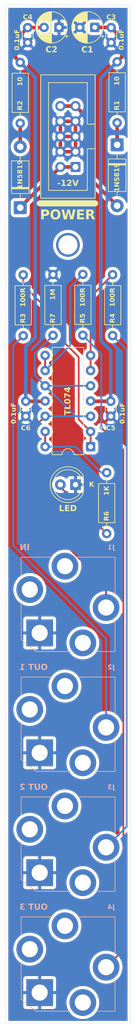
<source format=kicad_pcb>
(kicad_pcb (version 20241229) (generator "pcbnew") (generator_version "9.0")
  (layers (0 "F.Cu" signal) (2 "B.Cu" signal) (13 "F.Paste" user) (15 "B.Paste" user) (5 "F.SilkS" user "F.Silkscreen") (7 "B.SilkS" user "B.Silkscreen") (1 "F.Mask" user) (3 "B.Mask" user) (25 "Edge.Cuts" user))
  (net 0 "")
  (net 1 "GND")
  (net 2 "+12V")
  (net 3 "-12V")
  (net 4 "Net-(D1-K)")
  (net 5 "/+12")
  (net 6 "/-12")
  (net 7 "Net-(D2-A)")
  (net 8 "Net-(D3-A)")
  (net 12 "Net-(U3A-+)")
  (net 14 "Net-(J2-PadT)")
  (net 17 "Net-(J3-PadT)")
  (net 22 "Net-(J4-PadT)")
  (net 25 "Net-(U3A--)")
  (net 26 "Net-(U3B--)")
  (net 27 "Net-(U3C--)")
  (net 28 "Net-(U3D--)")
  (footprint "AO_tht:R_Axial_DIN0207_L6.3mm_D2.5mm_P10.16mm_Horizontal" (layer "F.Cu") (at 95 92.446666 -90)
    (property "Reference" "R7" (at 7.303334 0 90) (layer "F.SilkS") (effects (font (size 0.8 0.8) (thickness 0.16) (bold yes))))
    (property "Value" "1M")
    (fp_text user "1M" (at 3.323055 0 90) (layer "F.SilkS") (effects (font (size 0.8 0.8) (thickness 0.16) (bold yes))))
    (pad "1" thru_hole circle (at 0 0 270) (size 1.6 1.6) (drill 0.8) (layers "*.Cu" "*.Mask") (net 1 "GND"))
    (pad "2" thru_hole oval (at 10.16 0 270) (size 1.6 1.6) (drill 0.8) (layers "*.Cu" "*.Mask") (net 12 "Net-(U3A-+)"))
  )
  (footprint "Diode_THT:D_DO-41_SOD81_P10.16mm_Horizontal" (layer "F.Cu") (at 89.5 81.292992 90)
    (property "Reference" "D2")
    (property "Value" "1N5819" (at 5.542992 0 90) (layer "F.SilkS") (effects (font (size 0.8 0.8) (thickness 0.2) (bold yes))))
    (pad "1" thru_hole roundrect (at 0 0 90) (size 2.2 2.2) (drill 1.1) (layers "*.Cu" "*.Mask") (roundrect_rratio 0.113636) (net 6 "/-12"))
    (pad "2" thru_hole circle (at 10.16 0 90) (size 2.2 2.2) (drill 1.1) (layers "*.Cu" "*.Mask") (net 7 "Net-(D2-A)"))
  )
  (footprint "Diode_THT:D_DO-41_SOD81_P10.16mm_Horizontal" (layer "F.Cu") (at 105.75 70.802992 -90)
    (property "Reference" "D1")
    (property "Value" "1N5819" (at 5.447008 0 90) (layer "F.SilkS") (effects (font (size 0.8 0.8) (thickness 0.2) (bold yes))))
    (pad "1" thru_hole roundrect (at 0 0 270) (size 2.2 2.2) (drill 1.1) (layers "*.Cu" "*.Mask") (roundrect_rratio 0.113636) (net 4 "Net-(D1-K)"))
    (pad "2" thru_hole circle (at 10.16 0 270) (size 2.2 2.2) (drill 1.1) (layers "*.Cu" "*.Mask") (net 5 "/+12"))
  )
  (footprint "AO_tht:LED_D5.0mm" (layer "F.Cu") (at 97.5 127.5 180)
    (property "Reference" "D3")
    (property "Value" "LED" (at 0 -4 0) (layer "F.SilkS") (effects (font (thickness 0.2) (bold yes))))
    (fp_text user "K" (at -3.97 -0.000016 0) (layer "F.SilkS") (effects (font (size 0.8 0.8) (thickness 0.16) (bold yes))))
    (pad "1" thru_hole rect (at -1.27 -0.000016 180) (size 1.8 1.8) (drill 0.9) (layers "*.Cu" "*.Mask") (net 1 "GND"))
    (pad "2" thru_hole circle (at 1.27 -0.000016 180) (size 1.8 1.8) (drill 0.9) (layers "*.Cu" "*.Mask") (net 8 "Net-(D3-A)"))
  )
  (footprint "AO_tht:R_Axial_DIN0207_L6.3mm_D2.5mm_P10.16mm_Horizontal" (layer "F.Cu") (at 90 92.499998 -90)
    (property "Reference" "R3" (at 7.250002 0 90) (layer "F.SilkS") (effects (font (size 0.8 0.8) (thickness 0.16) (bold yes))))
    (property "Value" "100R")
    (fp_text user "${VALUE}" (at 3.750002 0 90) (layer "F.SilkS") (effects (font (size 0.8 0.8) (thickness 0.16) (bold yes))))
    (pad "1" thru_hole circle (at 0 0 270) (size 1.6 1.6) (drill 0.8) (layers "*.Cu" "*.Mask") (net 25 "Net-(U3A--)"))
    (pad "2" thru_hole oval (at 10.16 0 270) (size 1.6 1.6) (drill 0.8) (layers "*.Cu" "*.Mask") (net 14 "Net-(J2-PadT)"))
  )
  (footprint "AO_tht:C_Disc_D3.0mm_W1.6mm_P2.50mm" (layer "F.Cu") (at 90.43 116.09 90)
    (property "Reference" "C6" (at -1.997008 0 180) (layer "F.SilkS") (effects (font (size 0.8 0.8) (thickness 0.16) (bold yes))))
    (property "Value" "0.1uF")
    (fp_text user "${VALUE}" (at 0.502992 -2 90) (layer "F.SilkS") (effects (font (size 0.8 0.8) (thickness 0.16) (bold yes))))
    (pad "1" thru_hole circle (at 0 0 90) (size 1.6 1.6) (drill 0.8) (layers "*.Cu" "*.Mask") (net 1 "GND"))
    (pad "2" thru_hole circle (at 2.5 0 90) (size 1.6 1.6) (drill 0.8) (layers "*.Cu" "*.Mask") (net 3 "-12V"))
  )
  (footprint "AO_tht:C_Disc_D3.0mm_W1.6mm_P2.50mm" (layer "F.Cu") (at 90.75 53.75 90)
    (property "Reference" "C4" (at 4.212992 0 180) (layer "F.SilkS") (effects (font (size 0.8 0.8) (thickness 0.16) (bold yes))))
    (property "Value" "0.1uF")
    (fp_text user "${VALUE}" (at 0.462992 -1.75 90) (layer "F.SilkS") (effects (font (size 0.8 0.8) (thickness 0.16) (bold yes))))
    (pad "1" thru_hole circle (at 0 0 90) (size 1.6 1.6) (drill 0.8) (layers "*.Cu" "*.Mask") (net 1 "GND"))
    (pad "2" thru_hole circle (at 2.5 0 90) (size 1.6 1.6) (drill 0.8) (layers "*.Cu" "*.Mask") (net 3 "-12V"))
  )
  (footprint "Capacitor_THT:CP_Radial_D5.0mm_P2.50mm" (layer "F.Cu") (at 102 51.212992 180)
    (property "Reference" "C1" (at 1.25 -3.75 0) (layer "F.SilkS") (effects (font (thickness 0.2) (bold yes))))
    (property "Value" "47uF")
    (pad "1" thru_hole roundrect (at 0 0 180) (size 1.6 1.6) (drill 0.8) (layers "*.Cu" "*.Mask") (roundrect_rratio 0.15625) (net 2 "+12V"))
    (pad "2" thru_hole circle (at 2.5 0 180) (size 1.6 1.6) (drill 0.8) (layers "*.Cu" "*.Mask") (net 1 "GND"))
  )
  (footprint "AO_tht:R_Axial_DIN0207_L6.3mm_D2.5mm_P10.16mm_Horizontal" (layer "F.Cu") (at 104 125.5 -90)
    (property "Reference" "R6" (at 7.25 0 90) (layer "F.SilkS") (effects (font (size 0.8 0.8) (thickness 0.16) (bold yes))))
    (property "Value" "1K")
    (fp_text user "${VALUE}" (at 3 0 90) (layer "F.SilkS") (effects (font (size 0.8 0.8) (thickness 0.16) (bold yes))))
    (pad "1" thru_hole circle (at 0 0 270) (size 1.6 1.6) (drill 0.8) (layers "*.Cu" "*.Mask") (net 28 "Net-(U3D--)"))
    (pad "2" thru_hole oval (at 10.16 0 270) (size 1.6 1.6) (drill 0.8) (layers "*.Cu" "*.Mask") (net 8 "Net-(D3-A)"))
  )
  (footprint "4ms_Connector:Pins_2x05_2.54mm_TH_EurorackPower_Shrouded" (layer "F.Cu") (at 97.5 69.42)
    (property "Reference" "E1")
    (property "Value" "Conn_01x10_Pin")
    (fp_text user "POWER" (at -0.05 13.15 0) (layer "F.SilkS") (effects (font (size 1.6 1.6) (thickness 0.32) (bold yes))))
    (fp_text user "-12V" (at 0 7.83 0) (layer "F.SilkS") (effects (font (thickness 0.15) (bold yes))))
    (pad "1" thru_hole roundrect (at 1.27 5.08 180) (size 1.7 1.7) (drill 1) (layers "*.Cu" "*.Mask") (roundrect_rratio 0.147059) (net 6 "/-12"))
    (pad "2" thru_hole circle (at -1.27 5.08 180) (size 1.7 1.7) (drill 1) (layers "*.Cu" "*.Mask") (net 6 "/-12"))
    (pad "3" thru_hole circle (at 1.27 2.54 180) (size 1.7 1.7) (drill 1) (layers "*.Cu" "*.Mask") (net 1 "GND"))
    (pad "4" thru_hole circle (at -1.27 2.54 180) (size 1.7 1.7) (drill 1) (layers "*.Cu" "*.Mask") (net 1 "GND"))
    (pad "5" thru_hole circle (at 1.27 0 180) (size 1.7 1.7) (drill 1) (layers "*.Cu" "*.Mask") (net 1 "GND"))
    (pad "6" thru_hole circle (at -1.27 0 180) (size 1.7 1.7) (drill 1) (layers "*.Cu" "*.Mask") (net 1 "GND"))
    (pad "7" thru_hole circle (at 1.27 -2.54 180) (size 1.7 1.7) (drill 1) (layers "*.Cu" "*.Mask") (net 1 "GND"))
    (pad "8" thru_hole circle (at -1.27 -2.54 180) (size 1.7 1.7) (drill 1) (layers "*.Cu" "*.Mask") (net 1 "GND"))
    (pad "9" thru_hole circle (at 1.27 -5.08 180) (size 1.7 1.7) (drill 1) (layers "*.Cu" "*.Mask") (net 5 "/+12"))
    (pad "10" thru_hole circle (at -1.27 -5.08 180) (size 1.7 1.7) (drill 1) (layers "*.Cu" "*.Mask") (net 5 "/+12"))
  )
  (footprint "Package_DIP:DIP-14_W7.62mm" (layer "F.Cu") (at 101.3 121.17 180)
    (property "Reference" "U3")
    (property "Value" "TL074" (at 3.805 7.62 90) (layer "F.SilkS") (effects (font (thickness 0.2) (bold yes))))
    (pad "1" thru_hole roundrect (at 0 0 180) (size 1.6 1.6) (drill 0.8) (layers "*.Cu" "*.Mask") (roundrect_rratio 0.15625) (net 25 "Net-(U3A--)"))
    (pad "2" thru_hole circle (at 0 2.54 180) (size 1.6 1.6) (drill 0.8) (layers "*.Cu" "*.Mask") (net 25 "Net-(U3A--)"))
    (pad "3" thru_hole circle (at 0 5.08 180) (size 1.6 1.6) (drill 0.8) (layers "*.Cu" "*.Mask") (net 12 "Net-(U3A-+)"))
    (pad "4" thru_hole circle (at 0 7.62 180) (size 1.6 1.6) (drill 0.8) (layers "*.Cu" "*.Mask") (net 2 "+12V"))
    (pad "5" thru_hole circle (at 0 10.16 180) (size 1.6 1.6) (drill 0.8) (layers "*.Cu" "*.Mask") (net 12 "Net-(U3A-+)"))
    (pad "6" thru_hole circle (at 0 12.7 180) (size 1.6 1.6) (drill 0.8) (layers "*.Cu" "*.Mask") (net 26 "Net-(U3B--)"))
    (pad "7" thru_hole circle (at 0 15.24 180) (size 1.6 1.6) (drill 0.8) (layers "*.Cu" "*.Mask") (net 26 "Net-(U3B--)"))
    (pad "8" thru_hole circle (at 7.62 15.24 180) (size 1.6 1.6) (drill 0.8) (layers "*.Cu" "*.Mask") (net 27 "Net-(U3C--)"))
    (pad "9" thru_hole circle (at 7.62 12.7 180) (size 1.6 1.6) (drill 0.8) (layers "*.Cu" "*.Mask") (net 27 "Net-(U3C--)"))
    (pad "10" thru_hole circle (at 7.62 10.16 180) (size 1.6 1.6) (drill 0.8) (layers "*.Cu" "*.Mask") (net 12 "Net-(U3A-+)"))
    (pad "11" thru_hole circle (at 7.62 7.62 180) (size 1.6 1.6) (drill 0.8) (layers "*.Cu" "*.Mask") (net 3 "-12V"))
    (pad "12" thru_hole circle (at 7.62 5.08 180) (size 1.6 1.6) (drill 0.8) (layers "*.Cu" "*.Mask") (net 12 "Net-(U3A-+)"))
    (pad "13" thru_hole circle (at 7.62 2.54 180) (size 1.6 1.6) (drill 0.8) (layers "*.Cu" "*.Mask") (net 28 "Net-(U3D--)"))
    (pad "14" thru_hole circle (at 7.62 0 180) (size 1.6 1.6) (drill 0.8) (layers "*.Cu" "*.Mask") (net 28 "Net-(U3D--)"))
  )
  (footprint "AO_tht:C_Disc_D3.0mm_W1.6mm_P2.50mm" (layer "F.Cu") (at 104.68 113.59 -90)
    (property "Reference" "C5" (at 4.497008 0 180) (layer "F.SilkS") (effects (font (size 0.8 0.8) (thickness 0.16) (bold yes))))
    (property "Value" "0.1uF")
    (fp_text user "${VALUE}" (at 1.997008 -2 90) (layer "F.SilkS") (effects (font (size 0.8 0.8) (thickness 0.16) (bold yes))))
    (pad "1" thru_hole circle (at 0 0 270) (size 1.6 1.6) (drill 0.8) (layers "*.Cu" "*.Mask") (net 2 "+12V"))
    (pad "2" thru_hole circle (at 2.5 0 270) (size 1.6 1.6) (drill 0.8) (layers "*.Cu" "*.Mask") (net 1 "GND"))
  )
  (footprint "Capacitor_THT:CP_Radial_D5.0mm_P2.50mm" (layer "F.Cu") (at 96 51.212992 180)
    (property "Reference" "C2" (at 1.25 -3.75 0) (layer "F.SilkS") (effects (font (thickness 0.2) (bold yes))))
    (property "Value" "47uF")
    (pad "1" thru_hole roundrect (at 0 0 180) (size 1.6 1.6) (drill 0.8) (layers "*.Cu" "*.Mask") (roundrect_rratio 0.15625) (net 1 "GND"))
    (pad "2" thru_hole circle (at 2.5 0 180) (size 1.6 1.6) (drill 0.8) (layers "*.Cu" "*.Mask") (net 3 "-12V"))
  )
  (footprint "AO_tht:C_Disc_D3.0mm_W1.6mm_P2.50mm" (layer "F.Cu") (at 104.75 51.25 -90)
    (property "Reference" "C3" (at -1.712992 0 180) (layer "F.SilkS") (effects (font (size 0.8 0.8) (thickness 0.16) (bold yes))))
    (property "Value" "0.1uF")
    (fp_text user "${VALUE}" (at 2 -1.75 270) (layer "F.SilkS") (effects (font (size 0.8 0.8) (thickness 0.16) (bold yes))))
    (pad "1" thru_hole circle (at 0 0 270) (size 1.6 1.6) (drill 0.8) (layers "*.Cu" "*.Mask") (net 2 "+12V"))
    (pad "2" thru_hole circle (at 2.5 0 270) (size 1.6 1.6) (drill 0.8) (layers "*.Cu" "*.Mask") (net 1 "GND"))
  )
  (footprint "AO_tht:R_Axial_DIN0207_L6.3mm_D2.5mm_P10.16mm_Horizontal" (layer "F.Cu") (at 100 92.42 -90)
    (property "Reference" "R5" (at 7.33 0 90) (layer "F.SilkS") (effects (font (size 0.8 0.8) (thickness 0.16) (bold yes))))
    (property "Value" "100R")
    (fp_text user "${VALUE}" (at 3.83 0 90) (layer "F.SilkS") (effects (font (size 0.8 0.8) (thickness 0.16) (bold yes))))
    (pad "1" thru_hole circle (at 0 0 270) (size 1.6 1.6) (drill 0.8) (layers "*.Cu" "*.Mask") (net 27 "Net-(U3C--)"))
    (pad "2" thru_hole oval (at 10.16 0 270) (size 1.6 1.6) (drill 0.8) (layers "*.Cu" "*.Mask") (net 22 "Net-(J4-PadT)"))
  )
  (footprint "Kosmo_panel:Kosmo_Panel_Mounting_Hole" (layer "F.Cu") (at 97.5 87.5)
    (property "Reference" "M" (hide yes))
    (property "Value" "Kosmo_Panel_Mounting_Hole")
    (pad "1" thru_hole circle (at 0 0) (size 4 4) (drill 3.2) (layers "*.Cu" "*.Mask"))
  )
  (footprint "AO_tht:R_Axial_DIN0207_L6.3mm_D2.5mm_P10.16mm_Horizontal" (layer "F.Cu") (at 105.75 67.122992 90)
    (property "Reference" "R1" (at 2.872992 0 90) (layer "F.SilkS") (effects (font (size 0.8 0.8) (thickness 0.16) (bold yes))))
    (property "Value" "10")
    (fp_text user "${VALUE}" (at 6.962992 0 90) (layer "F.SilkS") (effects (font (size 0.8 0.8) (thickness 0.16) (bold yes))))
    (pad "1" thru_hole circle (at 0 0 90) (size 1.6 1.6) (drill 0.8) (layers "*.Cu" "*.Mask") (net 4 "Net-(D1-K)"))
    (pad "2" thru_hole oval (at 10.16 0 90) (size 1.6 1.6) (drill 0.8) (layers "*.Cu" "*.Mask") (net 2 "+12V"))
  )
  (footprint "AO_tht:R_Axial_DIN0207_L6.3mm_D2.5mm_P10.16mm_Horizontal" (layer "F.Cu") (at 105 92.473332 -90)
    (property "Reference" "R4" (at 7.276668 0 90) (layer "F.SilkS") (effects (font (size 0.8 0.8) (thickness 0.16) (bold yes))))
    (property "Value" "100R")
    (fp_text user "${VALUE}" (at 3.776668 0 90) (layer "F.SilkS") (effects (font (size 0.8 0.8) (thickness 0.16) (bold yes))))
    (pad "1" thru_hole circle (at 0 0 270) (size 1.6 1.6) (drill 0.8) (layers "*.Cu" "*.Mask") (net 26 "Net-(U3B--)"))
    (pad "2" thru_hole oval (at 10.16 0 270) (size 1.6 1.6) (drill 0.8) (layers "*.Cu" "*.Mask") (net 17 "Net-(J3-PadT)"))
  )
  (footprint "AO_tht:R_Axial_DIN0207_L6.3mm_D2.5mm_P10.16mm_Horizontal" (layer "F.Cu") (at 89.5 67.212992 90)
    (property "Reference" "R2" (at 2.962992 0 90) (layer "F.SilkS") (effects (font (size 0.8 0.8) (thickness 0.16) (bold yes))))
    (property "Value" "10")
    (fp_text user "${VALUE}" (at 6.962992 0 90) (layer "F.SilkS") (effects (font (size 0.8 0.8) (thickness 0.16) (bold yes))))
    (pad "1" thru_hole circle (at 0 0 90) (size 1.6 1.6) (drill 0.8) (layers "*.Cu" "*.Mask") (net 7 "Net-(D2-A)"))
    (pad "2" thru_hole oval (at 10.16 0 90) (size 1.6 1.6) (drill 0.8) (layers "*.Cu" "*.Mask") (net 3 "-12V"))
  )
  (footprint "AO_tht:Jack_6.35mm_PJ_629HAN" (layer "B.Cu") (at 97.5 147.5 180)
    (property "Reference" "J1" (at -7.25 9.5 0) (layer "B.SilkS") (effects (font (size 0.8 0.8) (thickness 0.16) (bold yes)) (justify mirror)))
    (property "Value" "IN" (at 7.25 9.5 0) (layer "B.SilkS") (effects (font (thickness 0.2) (bold yes)) (justify mirror)))
    (pad "R" thru_hole circle (at 0.5 6.4 180) (size 4.500001 4.500001) (drill 2.7) (layers "*.Cu" "*.Mask"))
    (pad "RN" thru_hole circle (at 6.4 2.5 180) (size 4.500001 4.500001) (drill 2.7) (layers "*.Cu" "*.Mask"))
    (pad "S" thru_hole rect (at 4.74 -4.74 180) (size 4.500001 4.500001) (drill 2.7) (layers "*.Cu" "*.Mask") (net 1 "GND"))
    (pad "T" thru_hole circle (at -6.4 -0.5 180) (size 4.5 4.5) (drill 2.7) (layers "*.Cu" "*.Mask") (net 12 "Net-(U3A-+)"))
    (pad "TN" thru_hole circle (at -2.5 -6.4 180) (size 4.5 4.5) (drill 2.7) (layers "*.Cu" "*.Mask"))
  )
  (footprint "AO_tht:Jack_6.35mm_PJ_629HAN" (layer "B.Cu") (at 97.5 207.5 180)
    (property "Reference" "J4" (at -7.25 9.5 0) (layer "B.SilkS") (effects (font (size 0.8 0.8) (thickness 0.16) (bold yes)) (justify mirror)))
    (property "Value" "OUT 3" (at 5.75 9.5 0) (layer "B.SilkS") (effects (font (thickness 0.2) (bold yes)) (justify mirror)))
    (pad "R" thru_hole circle (at 0.5 6.4 180) (size 4.500001 4.500001) (drill 2.7) (layers "*.Cu" "*.Mask"))
    (pad "RN" thru_hole circle (at 6.4 2.5 180) (size 4.500001 4.500001) (drill 2.7) (layers "*.Cu" "*.Mask"))
    (pad "S" thru_hole rect (at 4.74 -4.74 180) (size 4.500001 4.500001) (drill 2.7) (layers "*.Cu" "*.Mask") (net 1 "GND"))
    (pad "T" thru_hole circle (at -6.4 -0.5 180) (size 4.5 4.5) (drill 2.7) (layers "*.Cu" "*.Mask") (net 22 "Net-(J4-PadT)"))
    (pad "TN" thru_hole circle (at -2.5 -6.4 180) (size 4.5 4.5) (drill 2.7) (layers "*.Cu" "*.Mask"))
  )
  (footprint "AO_tht:Jack_6.35mm_PJ_629HAN" (layer "B.Cu") (at 97.5 187.5 180)
    (property "Reference" "J3" (at -7.25 9.5 0) (layer "B.SilkS") (effects (font (size 0.8 0.8) (thickness 0.16) (bold yes)) (justify mirror)))
    (property "Value" "OUT 2" (at 5.75 9.5 0) (layer "B.SilkS") (effects (font (thickness 0.2) (bold yes)) (justify mirror)))
    (pad "R" thru_hole circle (at 0.5 6.4 180) (size 4.500001 4.500001) (drill 2.7) (layers "*.Cu" "*.Mask"))
    (pad "RN" thru_hole circle (at 6.4 2.5 180) (size 4.500001 4.500001) (drill 2.7) (layers "*.Cu" "*.Mask"))
    (pad "S" thru_hole rect (at 4.74 -4.74 180) (size 4.500001 4.500001) (drill 2.7) (layers "*.Cu" "*.Mask") (net 1 "GND"))
    (pad "T" thru_hole circle (at -6.4 -0.5 180) (size 4.5 4.5) (drill 2.7) (layers "*.Cu" "*.Mask") (net 17 "Net-(J3-PadT)"))
    (pad "TN" thru_hole circle (at -2.5 -6.4 180) (size 4.5 4.5) (drill 2.7) (layers "*.Cu" "*.Mask"))
  )
  (footprint "AO_tht:Jack_6.35mm_PJ_629HAN" (layer "B.Cu") (at 97.5 167.5 180)
    (property "Reference" "J2" (at -7.25 9.5 0) (layer "B.SilkS") (effects (font (size 0.8 0.8) (thickness 0.16) (bold yes)) (justify mirror)))
    (property "Value" "OUT 1" (at 5.75 9.5 0) (layer "B.SilkS") (effects (font (thickness 0.2) (bold yes)) (justify mirror)))
    (pad "R" thru_hole circle (at 0.5 6.4 180) (size 4.500001 4.500001) (drill 2.7) (layers "*.Cu" "*.Mask"))
    (pad "RN" thru_hole circle (at 6.4 2.5 180) (size 4.500001 4.500001) (drill 2.7) (layers "*.Cu" "*.Mask"))
    (pad "S" thru_hole rect (at 4.74 -4.74 180) (size 4.500001 4.500001) (drill 2.7) (layers "*.Cu" "*.Mask") (net 1 "GND"))
    (pad "T" thru_hole circle (at -6.4 -0.5 180) (size 4.5 4.5) (drill 2.7) (layers "*.Cu" "*.Mask") (net 14 "Net-(J2-PadT)"))
    (pad "TN" thru_hole circle (at -2.5 -6.4 180) (size 4.5 4.5) (drill 2.7) (layers "*.Cu" "*.Mask"))
  )
  (gr_rect (start 87 47.462992) (end 108 217.462992) (stroke (width 0.05)) (fill no) (layer "Edge.Cuts"))
  (segment (start 98.77 71.96) (end 96.23 71.96) (width 0.6) (layer "F.Cu") (net 1))
  (segment (start 98.77 66.88) (end 98.77 69.42) (width 0.6) (layer "F.Cu") (net 1))
  (segment (start 96.23 69.42) (end 98.77 69.42) (width 0.6) (layer "F.Cu") (net 1))
  (segment (start 98.77 71.96) (end 98.77 69.42) (width 0.6) (layer "F.Cu") (net 1))
  (segment (start 96.23 69.42) (end 96.23 66.88) (width 0.6) (layer "F.Cu") (net 1))
  (segment (start 96.23 66.88) (end 98.77 66.88) (width 0.6) (layer "F.Cu") (net 1))
  (segment (start 96.23 71.96) (end 96.23 69.42) (width 0.6) (layer "F.Cu") (net 1))
  (segment (start 106.549999 56.162993) (end 106.549999 53.049999) (width 0.6) (layer "F.Cu") (net 2))
  (segment (start 104.68 113.59) (end 101.34 113.59) (width 0.6) (layer "F.Cu") (net 2))
  (segment (start 102 51.212992) (end 104.712992 51.212992) (width 0.6) (layer "F.Cu") (net 2))
  (segment (start 105.75 56.962992) (end 106.549999 56.162993) (width 0.6) (layer "F.Cu") (net 2))
  (segment (start 101.34 113.59) (end 101.3 113.55) (width 0.6) (layer "F.Cu") (net 2))
  (segment (start 106.549999 53.049999) (end 104.75 51.25) (width 0.6) (layer "F.Cu") (net 2))
  (segment (start 104.712992 51.212992) (end 104.75 51.25) (width 0.6) (layer "F.Cu") (net 2))
  (segment (start 103 59.712992) (end 105.75 56.962992) (width 0.6) (layer "B.Cu") (net 2))
  (segment (start 103 103.462992) (end 103 59.712992) (width 0.6) (layer "B.Cu") (net 2))
  (segment (start 103 103.462992) (end 104.68 105.142992) (width 0.6) (layer "B.Cu") (net 2))
  (segment (start 104.68 105.142992) (end 104.68 113.59) (width 0.6) (layer "B.Cu") (net 2))
  (segment (start 101.34 113.59) (end 101.3 113.55) (width 0.6) (layer "B.Cu") (net 2))
  (segment (start 90.75 51.25) (end 93.462992 51.25) (width 0.6) (layer "F.Cu") (net 3))
  (segment (start 89.5 57.052992) (end 88.700001 56.252993) (width 0.6) (layer "F.Cu") (net 3))
  (segment (start 88.700001 56.252993) (end 88.700001 53.299999) (width 0.6) (layer "F.Cu") (net 3))
  (segment (start 88.700001 53.299999) (end 90.75 51.25) (width 0.6) (layer "F.Cu") (net 3))
  (segment (start 90.43 113.59) (end 93.64 113.59) (width 0.6) (layer "F.Cu") (net 3))
  (segment (start 93.64 113.59) (end 93.68 113.55) (width 0.6) (layer "F.Cu") (net 3))
  (segment (start 93.462992 51.25) (end 93.5 51.212992) (width 0.6) (layer "F.Cu") (net 3))
  (segment (start 89.5 57.052992) (end 92 59.552992) (width 0.6) (layer "B.Cu") (net 3))
  (segment (start 90.43 104.532992) (end 90.43 113.59) (width 0.6) (layer "B.Cu") (net 3))
  (segment (start 92 102.962992) (end 90.43 104.532992) (width 0.6) (layer "B.Cu") (net 3))
  (segment (start 92 59.552992) (end 92 102.962992) (width 0.6) (layer "B.Cu") (net 3))
  (segment (start 105.75 67.122992) (end 105.75 70.802992) (width 0.6) (layer "F.Cu") (net 4))
  (segment (start 96.23 64.34) (end 98.77 64.34) (width 0.6) (layer "F.Cu") (net 5))
  (segment (start 105.63 80.962992) (end 105.75 80.962992) (width 0.6) (layer "F.Cu") (net 5))
  (segment (start 101 66.57) (end 101 76.212992) (width 0.6) (layer "F.Cu") (net 5))
  (segment (start 101 76.212992) (end 105.75 80.962992) (width 0.6) (layer "F.Cu") (net 5))
  (segment (start 98.77 64.34) (end 101 66.57) (width 0.6) (layer "F.Cu") (net 5))
  (segment (start 89.5 81.23) (end 96.23 74.5) (width 0.6) (layer "F.Cu") (net 6))
  (segment (start 89.5 81.292992) (end 89.5 81.23) (width 0.6) (layer "F.Cu") (net 6))
  (segment (start 96.23 74.5) (end 98.77 74.5) (width 0.6) (layer "F.Cu") (net 6))
  (segment (start 89.5 67.212992) (end 89.5 71.132992) (width 0.6) (layer "F.Cu") (net 7))
  (segment (start 96.23 127.89) (end 96.23 127.500016) (width 0.3) (layer "F.Cu") (net 8))
  (segment (start 104 135.66) (end 96.23 127.89) (width 0.3) (layer "F.Cu") (net 8))
  (segment (start 103.9 144.323044) (end 91.1 131.523044) (width 0.3) (layer "F.Cu") (net 12))
  (segment (start 91.1 118.67) (end 93.68 116.09) (width 0.3) (layer "F.Cu") (net 12))
  (segment (start 103.9 148) (end 103.9 144.323044) (width 0.3) (layer "F.Cu") (net 12))
  (segment (start 91.1 131.523044) (end 91.1 118.67) (width 0.3) (layer "F.Cu") (net 12))
  (segment (start 98.76 116.09) (end 93.68 111.01) (width 0.3) (layer "B.Cu") (net 12))
  (segment (start 101.3 116.09) (end 98.76 116.09) (width 0.3) (layer "B.Cu") (net 12))
  (segment (start 101.3 116.09) (end 93.68 116.09) (width 0.3) (layer "B.Cu") (net 12))
  (segment (start 95 102.606666) (end 91.93 105.676666) (width 0.3) (layer "B.Cu") (net 12))
  (segment (start 93.68 111.01) (end 101.3 111.01) (width 0.3) (layer "B.Cu") (net 12))
  (segment (start 93.68 111.01) (end 91.93 109.26) (width 0.3) (layer "B.Cu") (net 12))
  (segment (start 91.93 105.676666) (end 91.93 109.26) (width 0.3) (layer "B.Cu") (net 12))
  (segment (start 88.3 137.6) (end 88.3 104.359998) (width 0.3) (layer "B.Cu") (net 14))
  (segment (start 103.9 153.2) (end 88.3 137.6) (width 0.3) (layer "B.Cu") (net 14))
  (segment (start 88.3 104.359998) (end 90 102.659998) (width 0.3) (layer "B.Cu") (net 14))
  (segment (start 103.9 168) (end 103.9 153.2) (width 0.3) (layer "B.Cu") (net 14))
  (segment (start 105 102.633332) (end 107.35 104.983332) (width 0.3) (layer "B.Cu") (net 17))
  (segment (start 103.9 188) (end 107.35 184.55) (width 0.3) (layer "B.Cu") (net 17))
  (segment (start 107.35 104.983332) (end 107.35 184.55) (width 0.3) (layer "B.Cu") (net 17))
  (segment (start 103.9 208) (end 106.8 205.1) (width 0.3) (layer "F.Cu") (net 22))
  (segment (start 106.8 121.7) (end 103.1 118) (width 0.3) (layer "F.Cu") (net 22))
  (segment (start 106.8 124.7) (end 106.8 121.7) (width 0.3) (layer "F.Cu") (net 22))
  (segment (start 106.8 205.1) (end 106.8 124.7) (width 0.3) (layer "F.Cu") (net 22))
  (via (at 103.1 118) (size 0.6) (drill 0.3) (layers "F.Cu" "B.Cu") (net 22))
  (segment (start 103.1 105.68) (end 100 102.58) (width 0.3) (layer "B.Cu") (net 22))
  (segment (start 103.1 118) (end 103.1 105.68) (width 0.3) (layer "B.Cu") (net 22))
  (segment (start 101.3 118.63) (end 99.3 116.63) (width 0.3) (layer "F.Cu") (net 25))
  (segment (start 101.3 121.17) (end 101.3 118.63) (width 0.3) (layer "F.Cu") (net 25))
  (segment (start 99.3 106.2) (end 97 103.9) (width 0.3) (layer "F.Cu") (net 25))
  (segment (start 97 101.2) (end 90 94.2) (width 0.3) (layer "F.Cu") (net 25))
  (segment (start 99.3 116.63) (end 99.3 106.2) (width 0.3) (layer "F.Cu") (net 25))
  (segment (start 97 103.9) (end 97 101.2) (width 0.3) (layer "F.Cu") (net 25))
  (segment (start 90 94.2) (end 90 92.499998) (width 0.3) (layer "F.Cu") (net 25))
  (segment (start 101.3 96.173332) (end 101.3 105.93) (width 0.3) (layer "F.Cu") (net 26))
  (segment (start 101.3 105.93) (end 101.3 108.47) (width 0.3) (layer "F.Cu") (net 26))
  (segment (start 105 92.473332) (end 101.3 96.173332) (width 0.3) (layer "F.Cu") (net 26))
  (segment (start 93.68 105.93) (end 93.68 108.47) (width 0.3) (layer "F.Cu") (net 27))
  (segment (start 100 92.42) (end 97.9 94.52) (width 0.3) (layer "B.Cu") (net 27))
  (segment (start 97.9 94.52) (end 97.9 104.25) (width 0.3) (layer "B.Cu") (net 27))
  (segment (start 97.9 104.25) (end 93.68 108.47) (width 0.3) (layer "B.Cu") (net 27))
  (segment (start 93.68 118.63) (end 93.68 121.17) (width 0.3) (layer "F.Cu") (net 28))
  (segment (start 103.092992 125.5) (end 104 125.5) (width 0.3) (layer "B.Cu") (net 28))
  (segment (start 104.5 125.5) (end 103.36863 125.5) (width 0.3) (layer "B.Cu") (net 28))
  (segment (start 98.762992 121.17) (end 103.092992 125.5) (width 0.3) (layer "B.Cu") (net 28))
  (segment (start 98.762992 121.17) (end 93.68 121.17) (width 0.3) (layer "B.Cu") (net 28))
  (zone (net 1) (net_name "GND") (layers "F.Cu" "B.Cu") (connect_pads (clearance 0.5)) (min_thickness 0.25) (fill yes (thermal_gap 0.5) (thermal_bridge_width 0.5))
    (polygon (pts (xy 87 47.462992) (xy 87 217.462992) (xy 108 217.462992) (xy 108 47.462992)))
  )
)
</source>
